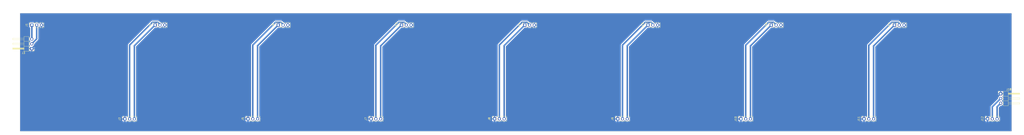
<source format=kicad_pcb>
(kicad_pcb (version 20221018) (generator pcbnew)
  (layers (0 "F.Cu" signal) (31 "B.Cu" signal) (34 "B.Paste" user) (35 "F.Paste" user) (36 "B.SilkS" user "B.Silkscreen") (37 "F.SilkS" user "F.Silkscreen") (38 "B.Mask" user) (39 "F.Mask" user) (44 "Edge.Cuts" user))
  (net 0 "")
  (net 1 "/DIN")
  (net 2 "+5V")
  (net 3 "GND")
  (net 4 "/DOUT1{slash}DIN2")
  (net 5 "/DOUT2{slash}DIN3")
  (net 6 "/DOUT3{slash}DIN4")
  (net 7 "/DOUT4{slash}DIN5")
  (net 8 "/DOUT5{slash}DIN6")
  (net 9 "/DOUT6{slash}DIN7")
  (net 10 "/DOUT7{slash}DIN8")
  (net 11 "/DOUT8{slash}OUT")
  (footprint "Connector_PinSocket_2.54mm:PinSocket_1x03_P2.54mm_Vertical" (layer "F.Cu") (at 483.78 123.982 90)
    (fp_text reference "J11" (at 0 -2.77 90) (layer "F.SilkS"))
    (fp_text value "DOUT 7")
    (fp_line (start -1.33 1.27) (end -1.33 6.41) (stroke (width 0.12)) (layer "F.SilkS"))
    (fp_line (start -1.33 1.27) (end 1.33 1.27) (stroke (width 0.12)) (layer "F.SilkS"))
    (fp_line (start -1.33 6.41) (end 1.33 6.41) (stroke (width 0.12)) (layer "F.SilkS"))
    (fp_line (start 0 -1.33) (end 1.33 -1.33) (stroke (width 0.12)) (layer "F.SilkS"))
    (fp_line (start 1.33 -1.33) (end 1.33 0) (stroke (width 0.12)) (layer "F.SilkS"))
    (fp_line (start 1.33 1.27) (end 1.33 6.41) (stroke (width 0.12)) (layer "F.SilkS"))
    (pad "1" thru_hole rect (at 0 0 90) (size 1.7 1.7) (drill 1) (layers "*.Cu" "*.Mask") (net 3 "GND"))
    (pad "2" thru_hole oval (at 0 2.54 90) (size 1.7 1.7) (drill 1) (layers "*.Cu" "*.Mask") (net 2 "+5V"))
    (pad "3" thru_hole oval (at 0 5.08 90) (size 1.7 1.7) (drill 1) (layers "*.Cu" "*.Mask") (net 10 "/DOUT7{slash}DIN8"))
  )
  (footprint "Connector_PinSocket_2.54mm:PinSocket_1x03_P2.54mm_Vertical" (layer "F.Cu") (at 499.935 74.307 90)
    (fp_text reference "J17" (at 0 -2.77 90) (layer "F.SilkS"))
    (fp_text value "DIN 8")
    (fp_line (start -1.33 1.27) (end -1.33 6.41) (stroke (width 0.12)) (layer "F.SilkS"))
    (fp_line (start -1.33 1.27) (end 1.33 1.27) (stroke (width 0.12)) (layer "F.SilkS"))
    (fp_line (start -1.33 6.41) (end 1.33 6.41) (stroke (width 0.12)) (layer "F.SilkS"))
    (fp_line (start 0 -1.33) (end 1.33 -1.33) (stroke (width 0.12)) (layer "F.SilkS"))
    (fp_line (start 1.33 -1.33) (end 1.33 0) (stroke (width 0.12)) (layer "F.SilkS"))
    (fp_line (start 1.33 1.27) (end 1.33 6.41) (stroke (width 0.12)) (layer "F.SilkS"))
    (pad "1" thru_hole rect (at 0 0 90) (size 1.7 1.7) (drill 1) (layers "*.Cu" "*.Mask") (net 10 "/DOUT7{slash}DIN8"))
    (pad "2" thru_hole oval (at 0 2.54 90) (size 1.7 1.7) (drill 1) (layers "*.Cu" "*.Mask") (net 2 "+5V"))
    (pad "3" thru_hole oval (at 0 5.08 90) (size 1.7 1.7) (drill 1) (layers "*.Cu" "*.Mask") (net 3 "GND"))
  )
  (footprint "Connector_PinSocket_2.54mm:PinSocket_1x03_P2.54mm_Vertical" (layer "F.Cu") (at 288.185 123.947 90)
    (fp_text reference "J8" (at 0 -2.77 90) (layer "F.SilkS"))
    (fp_text value "DOUT 4")
    (fp_line (start -1.33 1.27) (end -1.33 6.41) (stroke (width 0.12)) (layer "F.SilkS"))
    (fp_line (start -1.33 1.27) (end 1.33 1.27) (stroke (width 0.12)) (layer "F.SilkS"))
    (fp_line (start -1.33 6.41) (end 1.33 6.41) (stroke (width 0.12)) (layer "F.SilkS"))
    (fp_line (start 0 -1.33) (end 1.33 -1.33) (stroke (width 0.12)) (layer "F.SilkS"))
    (fp_line (start 1.33 -1.33) (end 1.33 0) (stroke (width 0.12)) (layer "F.SilkS"))
    (fp_line (start 1.33 1.27) (end 1.33 6.41) (stroke (width 0.12)) (layer "F.SilkS"))
    (pad "1" thru_hole rect (at 0 0 90) (size 1.7 1.7) (drill 1) (layers "*.Cu" "*.Mask") (net 3 "GND"))
    (pad "2" thru_hole oval (at 0 2.54 90) (size 1.7 1.7) (drill 1) (layers "*.Cu" "*.Mask") (net 2 "+5V"))
    (pad "3" thru_hole oval (at 0 5.08 90) (size 1.7 1.7) (drill 1) (layers "*.Cu" "*.Mask") (net 7 "/DOUT4{slash}DIN5"))
  )
  (footprint "Connector_PinSocket_2.54mm:PinSocket_1x03_P2.54mm_Vertical" (layer "F.Cu") (at 369.42 74.292 90)
    (fp_text reference "J15" (at 0 -2.77 90) (layer "F.SilkS"))
    (fp_text value "DIN 6")
    (fp_line (start -1.33 1.27) (end -1.33 6.41) (stroke (width 0.12)) (layer "F.SilkS"))
    (fp_line (start -1.33 1.27) (end 1.33 1.27) (stroke (width 0.12)) (layer "F.SilkS"))
    (fp_line (start -1.33 6.41) (end 1.33 6.41) (stroke (width 0.12)) (layer "F.SilkS"))
    (fp_line (start 0 -1.33) (end 1.33 -1.33) (stroke (width 0.12)) (layer "F.SilkS"))
    (fp_line (start 1.33 -1.33) (end 1.33 0) (stroke (width 0.12)) (layer "F.SilkS"))
    (fp_line (start 1.33 1.27) (end 1.33 6.41) (stroke (width 0.12)) (layer "F.SilkS"))
    (pad "1" thru_hole rect (at 0 0 90) (size 1.7 1.7) (drill 1) (layers "*.Cu" "*.Mask") (net 8 "/DOUT5{slash}DIN6"))
    (pad "2" thru_hole oval (at 0 2.54 90) (size 1.7 1.7) (drill 1) (layers "*.Cu" "*.Mask") (net 2 "+5V"))
    (pad "3" thru_hole oval (at 0 5.08 90) (size 1.7 1.7) (drill 1) (layers "*.Cu" "*.Mask") (net 3 "GND"))
  )
  (footprint "Connector_PinSocket_2.54mm:PinSocket_1x03_P2.54mm_Vertical" (layer "F.Cu") (at 222.785 123.957 90)
    (fp_text reference "J7" (at 0 -2.77 90) (layer "F.SilkS"))
    (fp_text value "DOUT 3")
    (fp_line (start -1.33 1.27) (end -1.33 6.41) (stroke (width 0.12)) (layer "F.SilkS"))
    (fp_line (start -1.33 1.27) (end 1.33 1.27) (stroke (width 0.12)) (layer "F.SilkS"))
    (fp_line (start -1.33 6.41) (end 1.33 6.41) (stroke (width 0.12)) (layer "F.SilkS"))
    (fp_line (start 0 -1.33) (end 1.33 -1.33) (stroke (width 0.12)) (layer "F.SilkS"))
    (fp_line (start 1.33 -1.33) (end 1.33 0) (stroke (width 0.12)) (layer "F.SilkS"))
    (fp_line (start 1.33 1.27) (end 1.33 6.41) (stroke (width 0.12)) (layer "F.SilkS"))
    (pad "1" thru_hole rect (at 0 0 90) (size 1.7 1.7) (drill 1) (layers "*.Cu" "*.Mask") (net 3 "GND"))
    (pad "2" thru_hole oval (at 0 2.54 90) (size 1.7 1.7) (drill 1) (layers "*.Cu" "*.Mask") (net 2 "+5V"))
    (pad "3" thru_hole oval (at 0 5.08 90) (size 1.7 1.7) (drill 1) (layers "*.Cu" "*.Mask") (net 6 "/DOUT3{slash}DIN4"))
  )
  (footprint "Connector_PinSocket_2.54mm:PinSocket_1x03_P2.54mm_Vertical" (layer "F.Cu") (at 92.4 124.002 90)
    (fp_text reference "J2" (at 0 -2.77 90) (layer "F.SilkS"))
    (fp_text value "DOUT 1")
    (fp_line (start -1.33 1.27) (end -1.33 6.41) (stroke (width 0.12)) (layer "F.SilkS"))
    (fp_line (start -1.33 1.27) (end 1.33 1.27) (stroke (width 0.12)) (layer "F.SilkS"))
    (fp_line (start -1.33 6.41) (end 1.33 6.41) (stroke (width 0.12)) (layer "F.SilkS"))
    (fp_line (start 0 -1.33) (end 1.33 -1.33) (stroke (width 0.12)) (layer "F.SilkS"))
    (fp_line (start 1.33 -1.33) (end 1.33 0) (stroke (width 0.12)) (layer "F.SilkS"))
    (fp_line (start 1.33 1.27) (end 1.33 6.41) (stroke (width 0.12)) (layer "F.SilkS"))
    (pad "1" thru_hole rect (at 0 0 90) (size 1.7 1.7) (drill 1) (layers "*.Cu" "*.Mask") (net 3 "GND"))
    (pad "2" thru_hole oval (at 0 2.54 90) (size 1.7 1.7) (drill 1) (layers "*.Cu" "*.Mask") (net 2 "+5V"))
    (pad "3" thru_hole oval (at 0 5.08 90) (size 1.7 1.7) (drill 1) (layers "*.Cu" "*.Mask") (net 4 "/DOUT1{slash}DIN2"))
  )
  (footprint "Connector_PinSocket_2.54mm:PinSocket_1x03_P2.54mm_Vertical" (layer "F.Cu") (at 304.16 74.312 90)
    (fp_text reference "J14" (at 0 -2.77 90) (layer "F.SilkS"))
    (fp_text value "DIN 5")
    (fp_line (start -1.33 1.27) (end -1.33 6.41) (stroke (width 0.12)) (layer "F.SilkS"))
    (fp_line (start -1.33 1.27) (end 1.33 1.27) (stroke (width 0.12)) (layer "F.SilkS"))
    (fp_line (start -1.33 6.41) (end 1.33 6.41) (stroke (width 0.12)) (layer "F.SilkS"))
    (fp_line (start 0 -1.33) (end 1.33 -1.33) (stroke (width 0.12)) (layer "F.SilkS"))
    (fp_line (start 1.33 -1.33) (end 1.33 0) (stroke (width 0.12)) (layer "F.SilkS"))
    (fp_line (start 1.33 1.27) (end 1.33 6.41) (stroke (width 0.12)) (layer "F.SilkS"))
    (pad "1" thru_hole rect (at 0 0 90) (size 1.7 1.7) (drill 1) (layers "*.Cu" "*.Mask") (net 7 "/DOUT4{slash}DIN5"))
    (pad "2" thru_hole oval (at 0 2.54 90) (size 1.7 1.7) (drill 1) (layers "*.Cu" "*.Mask") (net 2 "+5V"))
    (pad "3" thru_hole oval (at 0 5.08 90) (size 1.7 1.7) (drill 1) (layers "*.Cu" "*.Mask") (net 3 "GND"))
  )
  (footprint "Connector_PinSocket_2.54mm:PinSocket_1x03_P2.54mm_Vertical" (layer "F.Cu") (at 157.615 123.967 90)
    (fp_text reference "J5" (at 0 -2.77 90) (layer "F.SilkS"))
    (fp_text value "DOUT 2")
    (fp_line (start -1.33 1.27) (end -1.33 6.41) (stroke (width 0.12)) (layer "F.SilkS"))
    (fp_line (start -1.33 1.27) (end 1.33 1.27) (stroke (width 0.12)) (layer "F.SilkS"))
    (fp_line (start -1.33 6.41) (end 1.33 6.41) (stroke (width 0.12)) (layer "F.SilkS"))
    (fp_line (start 0 -1.33) (end 1.33 -1.33) (stroke (width 0.12)) (layer "F.SilkS"))
    (fp_line (start 1.33 -1.33) (end 1.33 0) (stroke (width 0.12)) (layer "F.SilkS"))
    (fp_line (start 1.33 1.27) (end 1.33 6.41) (stroke (width 0.12)) (layer "F.SilkS"))
    (pad "1" thru_hole rect (at 0 0 90) (size 1.7 1.7) (drill 1) (layers "*.Cu" "*.Mask") (net 3 "GND"))
    (pad "2" thru_hole oval (at 0 2.54 90) (size 1.7 1.7) (drill 1) (layers "*.Cu" "*.Mask") (net 2 "+5V"))
    (pad "3" thru_hole oval (at 0 5.08 90) (size 1.7 1.7) (drill 1) (layers "*.Cu" "*.Mask") (net 5 "/DOUT2{slash}DIN3"))
  )
  (footprint "Connector_PinSocket_2.54mm:PinSocket_1x03_P2.54mm_Vertical" (layer "F.Cu") (at 549.195 123.957 90)
    (fp_text reference "J12" (at 0 -2.77 90) (layer "F.SilkS"))
    (fp_text value "DOUT 8")
    (fp_line (start -1.33 1.27) (end -1.33 6.41) (stroke (width 0.12)) (layer "F.SilkS"))
    (fp_line (start -1.33 1.27) (end 1.33 1.27) (stroke (width 0.12)) (layer "F.SilkS"))
    (fp_line (start -1.33 6.41) (end 1.33 6.41) (stroke (width 0.12)) (layer "F.SilkS"))
    (fp_line (start 0 -1.33) (end 1.33 -1.33) (stroke (width 0.12)) (layer "F.SilkS"))
    (fp_line (start 1.33 -1.33) (end 1.33 0) (stroke (width 0.12)) (layer "F.SilkS"))
    (fp_line (start 1.33 1.27) (end 1.33 6.41) (stroke (width 0.12)) (layer "F.SilkS"))
    (pad "1" thru_hole rect (at 0 0 90) (size 1.7 1.7) (drill 1) (layers "*.Cu" "*.Mask") (net 3 "GND"))
    (pad "2" thru_hole oval (at 0 2.54 90) (size 1.7 1.7) (drill 1) (layers "*.Cu" "*.Mask") (net 2 "+5V"))
    (pad "3" thru_hole oval (at 0 5.08 90) (size 1.7 1.7) (drill 1) (layers "*.Cu" "*.Mask") (net 11 "/DOUT8{slash}OUT"))
  )
  (footprint "Connector_PinSocket_2.54mm:PinSocket_1x03_P2.54mm_Vertical" (layer "F.Cu") (at 434.725 74.297 90)
    (fp_text reference "J16" (at 0 -2.77 90) (layer "F.SilkS"))
    (fp_text value "DIN 7")
    (fp_line (start -1.33 1.27) (end -1.33 6.41) (stroke (width 0.12)) (layer "F.SilkS"))
    (fp_line (start -1.33 1.27) (end 1.33 1.27) (stroke (width 0.12)) (layer "F.SilkS"))
    (fp_line (start -1.33 6.41) (end 1.33 6.41) (stroke (width 0.12)) (layer "F.SilkS"))
    (fp_line (start 0 -1.33) (end 1.33 -1.33) (stroke (width 0.12)) (layer "F.SilkS"))
    (fp_line (start 1.33 -1.33) (end 1.33 0) (stroke (width 0.12)) (layer "F.SilkS"))
    (fp_line (start 1.33 1.27) (end 1.33 6.41) (stroke (width 0.12)) (layer "F.SilkS"))
    (pad "1" thru_hole rect (at 0 0 90) (size 1.7 1.7) (drill 1) (layers "*.Cu" "*.Mask") (net 9 "/DOUT6{slash}DIN7"))
    (pad "2" thru_hole oval (at 0 2.54 90) (size 1.7 1.7) (drill 1) (layers "*.Cu" "*.Mask") (net 2 "+5V"))
    (pad "3" thru_hole oval (at 0 5.08 90) (size 1.7 1.7) (drill 1) (layers "*.Cu" "*.Mask") (net 3 "GND"))
  )
  (footprint "Connector_PinHeader_2.54mm:PinHeader_1x03_P2.54mm_Horizontal" (layer "F.Cu") (at 556.12 110.648)
    (fp_text reference "J18" (at 4.385 -2.27) (layer "F.SilkS"))
    (fp_text value "OUT")
    (fp_line (start -1.27 -1.27) (end 0 -1.27) (stroke (width 0.12)) (layer "F.SilkS"))
    (fp_line (start -1.27 0) (end -1.27 -1.27) (stroke (width 0.12)) (layer "F.SilkS"))
    (fp_line (start 1.042929 2.16) (end 1.44 2.16) (stroke (width 0.12)) (layer "F.SilkS"))
    (fp_line (start 1.042929 2.92) (end 1.44 2.92) (stroke (width 0.12)) (layer "F.SilkS"))
    (fp_line (start 1.042929 4.7) (end 1.44 4.7) (stroke (width 0.12)) (layer "F.SilkS"))
    (fp_line (start 1.042929 5.46) (end 1.44 5.46) (stroke (width 0.12)) (layer "F.SilkS"))
    (fp_line (start 1.11 -0.38) (end 1.44 -0.38) (stroke (width 0.12)) (layer "F.SilkS"))
    (fp_line (start 1.11 0.38) (end 1.44 0.38) (stroke (width 0.12)) (layer "F.SilkS"))
    (fp_line (start 1.44 -1.33) (end 1.44 6.41) (stroke (width 0.12)) (layer "F.SilkS"))
    (fp_line (start 1.44 1.27) (end 4.1 1.27) (stroke (width 0.12)) (layer "F.SilkS"))
    (fp_line (start 1.44 3.81) (end 4.1 3.81) (stroke (width 0.12)) (layer "F.SilkS"))
    (fp_line (start 1.44 6.41) (end 4.1 6.41) (stroke (width 0.12)) (layer "F.SilkS"))
    (fp_line (start 4.1 -1.33) (end 1.44 -1.33) (stroke (width 0.12)) (layer "F.SilkS"))
    (fp_line (start 4.1 -0.38) (end 10.1 -0.38) (stroke (width 0.12)) (layer "F.SilkS"))
    (fp_line (start 4.1 -0.32) (end 10.1 -0.32) (stroke (width 0.12)) (layer "F.SilkS"))
    (fp_line (start 4.1 -0.2) (end 10.1 -0.2) (stroke (width 0.12)) (layer "F.SilkS"))
    (fp_line (start 4.1 -0.08) (end 10.1 -0.08) (stroke (width 0.12)) (layer "F.SilkS"))
    (fp_line (start 4.1 0.04) (end 10.1 0.04) (stroke (width 0.12)) (layer "F.SilkS"))
    (fp_line (start 4.1 0.16) (end 10.1 0.16) (stroke (width 0.12)) (layer "F.SilkS"))
    (fp_line (start 4.1 0.28) (end 10.1 0.28) (stroke (width 0.12)) (layer "F.SilkS"))
    (fp_line (start 4.1 2.16) (end 10.1 2.16) (stroke (width 0.12)) (layer "F.SilkS"))
    (fp_line (start 4.1 4.7) (end 10.1 4.7) (stroke (width 0.12)) (layer "F.SilkS"))
    (fp_line (start 4.1 6.41) (end 4.1 -1.33) (stroke (width 0.12)) (layer "F.SilkS"))
    (fp_line (start 10.1 -0.38) (end 10.1 0.38) (stroke (width 0.12)) (layer "F.SilkS"))
    (fp_line (start 10.1 0.38) (end 4.1 0.38) (stroke (width 0.12)) (layer "F.SilkS"))
    (fp_line (start 10.1 2.16) (end 10.1 2.92) (stroke (width 0.12)) (layer "F.SilkS"))
    (fp_line (start 10.1 2.92) (end 4.1 2.92) (stroke (width 0.12)) (layer "F.SilkS"))
    (fp_line (start 10.1 4.7) (end 10.1 5.46) (stroke (width 0.12)) (layer "F.SilkS"))
    (fp_line (start 10.1 5.46) (end 4.1 5.46) (stroke (width 0.12)) (layer "F.SilkS"))
    (pad "1" thru_hole rect (at 0 0) (size 1.7 1.7) (drill 1) (layers "*.Cu" "*.Mask") (net 3 "GND"))
    (pad "2" thru_hole oval (at 0 2.54) (size 1.7 1.7) (drill 1) (layers "*.Cu" "*.Mask") (net 2 "+5V"))
    (pad "3" thru_hole oval (at 0 5.08) (size 1.7 1.7) (drill 1) (layers "*.Cu" "*.Mask") (net 11 "/DOUT8{slash}OUT"))
  )
  (footprint "Connector_PinSocket_2.54mm:PinSocket_1x03_P2.54mm_Vertical" (layer "F.Cu") (at 173.665 74.287 90)
    (fp_text reference "J6" (at 0 -2.77 90) (layer "F.SilkS"))
    (fp_text value "DIN 3")
    (fp_line (start -1.33 1.27) (end -1.33 6.41) (stroke (width 0.12)) (layer "F.SilkS"))
    (fp_line (start -1.33 1.27) (end 1.33 1.27) (stroke (width 0.12)) (layer "F.SilkS"))
    (fp_line (start -1.33 6.41) (end 1.33 6.41) (stroke (width 0.12)) (layer "F.SilkS"))
    (fp_line (start 0 -1.33) (end 1.33 -1.33) (stroke (width 0.12)) (layer "F.SilkS"))
    (fp_line (start 1.33 -1.33) (end 1.33 0) (stroke (width 0.12)) (layer "F.SilkS"))
    (fp_line (start 1.33 1.27) (end 1.33 6.41) (stroke (width 0.12)) (layer "F.SilkS"))
    (pad "1" thru_hole rect (at 0 0 90) (size 1.7 1.7) (drill 1) (layers "*.Cu" "*.Mask") (net 5 "/DOUT2{slash}DIN3"))
    (pad "2" thru_hole oval (at 0 2.54 90) (size 1.7 1.7) (drill 1) (layers "*.Cu" "*.Mask") (net 2 "+5V"))
    (pad "3" thru_hole oval (at 0 5.08 90) (size 1.7 1.7) (drill 1) (layers "*.Cu" "*.Mask") (net 3 "GND"))
  )
  (footprint "Connector_PinHeader_2.54mm:PinHeader_1x03_P2.54mm_Horizontal" (layer "F.Cu") (at 43.125 86.767 180)
    (fp_text reference "J3" (at 4.385 -2.27) (layer "F.SilkS"))
    (fp_text value "IN")
    (fp_line (start -1.27 -1.27) (end 0 -1.27) (stroke (width 0.12)) (layer "F.SilkS"))
    (fp_line (start -1.27 0) (end -1.27 -1.27) (stroke (width 0.12)) (layer "F.SilkS"))
    (fp_line (start 1.042929 2.16) (end 1.44 2.16) (stroke (width 0.12)) (layer "F.SilkS"))
    (fp_line (start 1.042929 2.92) (end 1.44 2.92) (stroke (width 0.12)) (layer "F.SilkS"))
    (fp_line (start 1.042929 4.7) (end 1.44 4.7) (stroke (width 0.12)) (layer "F.SilkS"))
    (fp_line (start 1.042929 5.46) (end 1.44 5.46) (stroke (width 0.12)) (layer "F.SilkS"))
    (fp_line (start 1.11 -0.38) (end 1.44 -0.38) (stroke (width 0.12)) (layer "F.SilkS"))
    (fp_line (start 1.11 0.38) (end 1.44 0.38) (stroke (width 0.12)) (layer "F.SilkS"))
    (fp_line (start 1.44 -1.33) (end 1.44 6.41) (stroke (width 0.12)) (layer "F.SilkS"))
    (fp_line (start 1.44 1.27) (end 4.1 1.27) (stroke (width 0.12)) (layer "F.SilkS"))
    (fp_line (start 1.44 3.81) (end 4.1 3.81) (stroke (width 0.12)) (layer "F.SilkS"))
    (fp_line (start 1.44 6.41) (end 4.1 6.41) (stroke (width 0.12)) (layer "F.SilkS"))
    (fp_line (start 4.1 -1.33) (end 1.44 -1.33) (stroke (width 0.12)) (layer "F.SilkS"))
    (fp_line (start 4.1 -0.38) (end 10.1 -0.38) (stroke (width 0.12)) (layer "F.SilkS"))
    (fp_line (start 4.1 -0.32) (end 10.1 -0.32) (stroke (width 0.12)) (layer "F.SilkS"))
    (fp_line (start 4.1 -0.2) (end 10.1 -0.2) (stroke (width 0.12)) (layer "F.SilkS"))
    (fp_line (start 4.1 -0.08) (end 10.1 -0.08) (stroke (width 0.12)) (layer "F.SilkS"))
    (fp_line (start 4.1 0.04) (end 10.1 0.04) (stroke (width 0.12)) (layer "F.SilkS"))
    (fp_line (start 4.1 0.16) (end 10.1 0.16) (stroke (width 0.12)) (layer "F.SilkS"))
    (fp_line (start 4.1 0.28) (end 10.1 0.28) (stroke (width 0.12)) (layer "F.SilkS"))
    (fp_line (start 4.1 2.16) (end 10.1 2.16) (stroke (width 0.12)) (layer "F.SilkS"))
    (fp_line (start 4.1 4.7) (end 10.1 4.7) (stroke (width 0.12)) (layer "F.SilkS"))
    (fp_line (start 4.1 6.41) (end 4.1 -1.33) (stroke (width 0.12)) (layer "F.SilkS"))
    (fp_line (start 10.1 -0.38) (end 10.1 0.38) (stroke (width 0.12)) (layer "F.SilkS"))
    (fp_line (start 10.1 0.38) (end 4.1 0.38) (stroke (width 0.12)) (layer "F.SilkS"))
    (fp_line (start 10.1 2.16) (end 10.1 2.92) (stroke (width 0.12)) (layer "F.SilkS"))
    (fp_line (start 10.1 2.92) (end 4.1 2.92) (stroke (width 0.12)) (layer "F.SilkS"))
    (fp_line (start 10.1 4.7) (end 10.1 5.46) (stroke (width 0.12)) (layer "F.SilkS"))
    (fp_line (start 10.1 5.46) (end 4.1 5.46) (stroke (width 0.12)) (layer "F.SilkS"))
    (pad "1" thru_hole rect (at 0 0 180) (size 1.7 1.7) (drill 1) (layers "*.Cu" "*.Mask") (net 3 "GND"))
    (pad "2" thru_hole oval (at 0 2.54 180) (size 1.7 1.7) (drill 1) (layers "*.Cu" "*.Mask") (net 2 "+5V"))
    (pad "3" thru_hole oval (at 0 5.08 180) (size 1.7 1.7) (drill 1) (layers "*.Cu" "*.Mask") (net 1 "/DIN"))
  )
  (footprint "Connector_PinSocket_2.54mm:PinSocket_1x03_P2.54mm_Vertical" (layer "F.Cu") (at 353.38 123.962 90)
    (fp_text reference "J9" (at 0 -2.77 90) (layer "F.SilkS"))
    (fp_text value "DOUT 5")
    (fp_line (start -1.33 1.27) (end -1.33 6.41) (stroke (width 0.12)) (layer "F.SilkS"))
    (fp_line (start -1.33 1.27) (end 1.33 1.27) (stroke (width 0.12)) (layer "F.SilkS"))
    (fp_line (start -1.33 6.41) (end 1.33 6.41) (stroke (width 0.12)) (layer "F.SilkS"))
    (fp_line (start 0 -1.33) (end 1.33 -1.33) (stroke (width 0.12)) (layer "F.SilkS"))
    (fp_line (start 1.33 -1.33) (end 1.33 0) (stroke (width 0.12)) (layer "F.SilkS"))
    (fp_line (start 1.33 1.27) (end 1.33 6.41) (stroke (width 0.12)) (layer "F.SilkS"))
    (pad "1" thru_hole rect (at 0 0 90) (size 1.7 1.7) (drill 1) (layers "*.Cu" "*.Mask") (net 3 "GND"))
    (pad "2" thru_hole oval (at 0 2.54 90) (size 1.7 1.7) (drill 1) (layers "*.Cu" "*.Mask") (net 2 "+5V"))
    (pad "3" thru_hole oval (at 0 5.08 90) (size 1.7 1.7) (drill 1) (layers "*.Cu" "*.Mask") (net 8 "/DOUT5{slash}DIN6"))
  )
  (footprint "Connector_PinSocket_2.54mm:PinSocket_1x03_P2.54mm_Vertical" (layer "F.Cu") (at 108.46 74.282 90)
    (fp_text reference "J4" (at 0 -2.77 90) (layer "F.SilkS"))
    (fp_text value "DIN 2")
    (fp_line (start -1.33 1.27) (end -1.33 6.41) (stroke (width 0.12)) (layer "F.SilkS"))
    (fp_line (start -1.33 1.27) (end 1.33 1.27) (stroke (width 0.12)) (layer "F.SilkS"))
    (fp_line (start -1.33 6.41) (end 1.33 6.41) (stroke (width 0.12)) (layer "F.SilkS"))
    (fp_line (start 0 -1.33) (end 1.33 -1.33) (stroke (width 0.12)) (layer "F.SilkS"))
    (fp_line (start 1.33 -1.33) (end 1.33 0) (stroke (width 0.12)) (layer "F.SilkS"))
    (fp_line (start 1.33 1.27) (end 1.33 6.41) (stroke (width 0.12)) (layer "F.SilkS"))
    (pad "1" thru_hole rect (at 0 0 90) (size 1.7 1.7) (drill 1) (layers "*.Cu" "*.Mask") (net 4 "/DOUT1{slash}DIN2"))
    (pad "2" thru_hole oval (at 0 2.54 90) (size 1.7 1.7) (drill 1) (layers "*.Cu" "*.Mask") (net 2 "+5V"))
    (pad "3" thru_hole oval (at 0 5.08 90) (size 1.7 1.7) (drill 1) (layers "*.Cu" "*.Mask") (net 3 "GND"))
  )
  (footprint "Connector_PinSocket_2.54mm:PinSocket_1x03_P2.54mm_Vertical" (layer "F.Cu") (at 43.185 74.307 90)
    (fp_text reference "J1" (at 0 -2.77 90) (layer "F.SilkS"))
    (fp_text value "DIN 1")
    (fp_line (start -1.33 1.27) (end -1.33 6.41) (stroke (width 0.12)) (layer "F.SilkS"))
    (fp_line (start -1.33 1.27) (end 1.33 1.27) (stroke (width 0.12)) (layer "F.SilkS"))
    (fp_line (start -1.33 6.41) (end 1.33 6.41) (stroke (width 0.12)) (layer "F.SilkS"))
    (fp_line (start 0 -1.33) (end 1.33 -1.33) (stroke (width 0.12)) (layer "F.SilkS"))
    (fp_line (start 1.33 -1.33) (end 1.33 0) (stroke (width 0.12)) (layer "F.SilkS"))
    (fp_line (start 1.33 1.27) (end 1.33 6.41) (stroke (width 0.12)) (layer "F.SilkS"))
    (pad "1" thru_hole rect (at 0 0 90) (size 1.7 1.7) (drill 1) (layers "*.Cu" "*.Mask") (net 1 "/DIN"))
    (pad "2" thru_hole oval (at 0 2.54 90) (size 1.7 1.7) (drill 1) (layers "*.Cu" "*.Mask") (net 2 "+5V"))
    (pad "3" thru_hole oval (at 0 5.08 90) (size 1.7 1.7) (drill 1) (layers "*.Cu" "*.Mask") (net 3 "GND"))
  )
  (footprint "Connector_PinSocket_2.54mm:PinSocket_1x03_P2.54mm_Vertical" (layer "F.Cu") (at 238.92 74.292 90)
    (fp_text reference "J13" (at 0 -2.77 90) (layer "F.SilkS"))
    (fp_text value "DIN 4")
    (fp_line (start -1.33 1.27) (end -1.33 6.41) (stroke (width 0.12)) (layer "F.SilkS"))
    (fp_line (start -1.33 1.27) (end 1.33 1.27) (stroke (width 0.12)) (layer "F.SilkS"))
    (fp_line (start -1.33 6.41) (end 1.33 6.41) (stroke (width 0.12)) (layer "F.SilkS"))
    (fp_line (start 0 -1.33) (end 1.33 -1.33) (stroke (width 0.12)) (layer "F.SilkS"))
    (fp_line (start 1.33 -1.33) (end 1.33 0) (stroke (width 0.12)) (layer "F.SilkS"))
    (fp_line (start 1.33 1.27) (end 1.33 6.41) (stroke (width 0.12)) (layer "F.SilkS"))
    (pad "1" thru_hole rect (at 0 0 90) (size 1.7 1.7) (drill 1) (layers "*.Cu" "*.Mask") (net 6 "/DOUT3{slash}DIN4"))
    (pad "2" thru_hole oval (at 0 2.54 90) (size 1.7 1.7) (drill 1) (layers "*.Cu" "*.Mask") (net 2 "+5V"))
    (pad "3" thru_hole oval (at 0 5.08 90) (size 1.7 1.7) (drill 1) (layers "*.Cu" "*.Mask") (net 3 "GND"))
  )
  (footprint "Connector_PinSocket_2.54mm:PinSocket_1x03_P2.54mm_Vertical" (layer "F.Cu") (at 418.605 123.977 90)
    (fp_text reference "J10" (at 0 -2.77 90) (layer "F.SilkS"))
    (fp_text value "DOUT 6")
    (fp_line (start -1.33 1.27) (end -1.33 6.41) (stroke (width 0.12)) (layer "F.SilkS"))
    (fp_line (start -1.33 1.27) (end 1.33 1.27) (stroke (width 0.12)) (layer "F.SilkS"))
    (fp_line (start -1.33 6.41) (end 1.33 6.41) (stroke (width 0.12)) (layer "F.SilkS"))
    (fp_line (start 0 -1.33) (end 1.33 -1.33) (stroke (width 0.12)) (layer "F.SilkS"))
    (fp_line (start 1.33 -1.33) (end 1.33 0) (stroke (width 0.12)) (layer "F.SilkS"))
    (fp_line (start 1.33 1.27) (end 1.33 6.41) (stroke (width 0.12)) (layer "F.SilkS"))
    (pad "1" thru_hole rect (at 0 0 90) (size 1.7 1.7) (drill 1) (layers "*.Cu" "*.Mask") (net 3 "GND"))
    (pad "2" thru_hole oval (at 0 2.54 90) (size 1.7 1.7) (drill 1) (layers "*.Cu" "*.Mask") (net 2 "+5V"))
    (pad "3" thru_hole oval (at 0 5.08 90) (size 1.7 1.7) (drill 1) (layers "*.Cu" "*.Mask") (net 9 "/DOUT6{slash}DIN7"))
  )
  (gr_rect (start 36.925 68.027) (end 561.925 130.527) (stroke (width 0.1)) (fill none) (layer "Edge.Cuts"))
  (segment (start 43.185 74.307) (end 43.185 81.627) (width 0.8) (layer "B.Cu") (net 1))
  (segment (start 43.185 81.627) (end 43.125 81.687) (width 0.8) (layer "B.Cu") (net 1))
  (segment (start 302.71 72.862) (end 305.36 72.862) (width 0.8) (layer "B.Cu") (net 2))
  (segment (start 355.92 123.962) (end 355.92 84.892) (width 0.8) (layer "B.Cu") (net 2))
  (segment (start 306.7 74.202) (end 306.7 74.312) (width 0.8) (layer "B.Cu") (net 2))
  (segment (start 498.485 72.857) (end 501.955 72.857) (width 0.8) (layer "B.Cu") (net 2))
  (segment (start 109.91 72.832) (end 111 73.922) (width 0.8) (layer "B.Cu") (net 2))
  (segment (start 45.725 74.307) (end 45.725 81.627) (width 0.8) (layer "B.Cu") (net 2))
  (segment (start 172.215 72.837) (end 175.115 72.837) (width 0.8) (layer "B.Cu") (net 2))
  (segment (start 501.955 72.857) (end 502.475 73.377) (width 0.8) (layer "B.Cu") (net 2))
  (segment (start 237.47 72.842) (end 240.34 72.842) (width 0.8) (layer "B.Cu") (net 2))
  (segment (start 551.735 117.573) (end 556.12 113.188) (width 0.8) (layer "B.Cu") (net 2))
  (segment (start 241.46 73.962) (end 241.46 74.292) (width 0.8) (layer "B.Cu") (net 2))
  (segment (start 175.115 72.837) (end 176.205 73.927) (width 0.8) (layer "B.Cu") (net 2))
  (segment (start 421.145 123.977) (end 421.145 84.977) (width 0.8) (layer "B.Cu") (net 2))
  (segment (start 290.725 84.847) (end 302.71 72.862) (width 0.8) (layer "B.Cu") (net 2))
  (segment (start 160.155 84.897) (end 172.215 72.837) (width 0.8) (layer "B.Cu") (net 2))
  (segment (start 371.14 72.842) (end 371.96 73.662) (width 0.8) (layer "B.Cu") (net 2))
  (segment (start 305.36 72.862) (end 306.7 74.202) (width 0.8) (layer "B.Cu") (net 2))
  (segment (start 502.475 73.377) (end 502.475 74.307) (width 0.8) (layer "B.Cu") (net 2))
  (segment (start 94.94 124.002) (end 94.94 84.902) (width 0.8) (layer "B.Cu") (net 2))
  (segment (start 94.94 84.902) (end 107.01 72.832) (width 0.8) (layer "B.Cu") (net 2))
  (segment (start 433.275 72.847) (end 435.945 72.847) (width 0.8) (layer "B.Cu") (net 2))
  (segment (start 225.325 84.987) (end 237.47 72.842) (width 0.8) (layer "B.Cu") (net 2))
  (segment (start 421.145 84.977) (end 433.275 72.847) (width 0.8) (layer "B.Cu") (net 2))
  (segment (start 486.32 123.982) (end 486.32 85.022) (width 0.8) (layer "B.Cu") (net 2))
  (segment (start 240.34 72.842) (end 241.46 73.962) (width 0.8) (layer "B.Cu") (net 2))
  (segment (start 371.96 73.662) (end 371.96 74.292) (width 0.8) (layer "B.Cu") (net 2))
  (segment (start 486.32 85.022) (end 498.485 72.857) (width 0.8) (layer "B.Cu") (net 2))
  (segment (start 551.735 123.957) (end 551.735 117.573) (width 0.8) (layer "B.Cu") (net 2))
  (segment (start 107.01 72.832) (end 109.91 72.832) (width 0.8) (layer "B.Cu") (net 2))
  (segment (start 176.205 73.927) (end 176.205 74.287) (width 0.8) (layer "B.Cu") (net 2))
  (segment (start 290.725 123.947) (end 290.725 84.847) (width 0.8) (layer "B.Cu") (net 2))
  (segment (start 437.265 74.167) (end 437.265 74.297) (width 0.8) (layer "B.Cu") (net 2))
  (segment (start 435.945 72.847) (end 437.265 74.167) (width 0.8) (layer "B.Cu") (net 2))
  (segment (start 111 73.922) (end 111 74.282) (width 0.8) (layer "B.Cu") (net 2))
  (segment (start 355.92 84.892) (end 367.97 72.842) (width 0.8) (layer "B.Cu") (net 2))
  (segment (start 45.725 81.627) (end 43.125 84.227) (width 0.8) (layer "B.Cu") (net 2))
  (segment (start 367.97 72.842) (end 371.14 72.842) (width 0.8) (layer "B.Cu") (net 2))
  (segment (start 160.155 123.967) (end 160.155 84.897) (width 0.8) (layer "B.Cu") (net 2))
  (segment (start 225.325 123.957) (end 225.325 84.987) (width 0.8) (layer "B.Cu") (net 2))
  (segment (start 48.265 74.307) (end 48.265 81.627) (width 0.8) (layer "B.Cu") (net 3))
  (segment (start 48.265 81.627) (end 43.125 86.767) (width 0.8) (layer "B.Cu") (net 3))
  (segment (start 549.195 123.957) (end 549.195 117.573) (width 0.8) (layer "B.Cu") (net 3))
  (segment (start 549.195 117.573) (end 556.12 110.648) (width 0.8) (layer "B.Cu") (net 3))
  (segment (start 97.48 85.262) (end 108.46 74.282) (width 0.8) (layer "B.Cu") (net 4))
  (segment (start 97.48 124.002) (end 97.48 85.262) (width 0.8) (layer "B.Cu") (net 4))
  (segment (start 162.695 123.967) (end 162.695 85.257) (width 0.8) (layer "B.Cu") (net 5))
  (segment (start 162.695 85.257) (end 173.665 74.287) (width 0.8) (layer "B.Cu") (net 5))
  (segment (start 227.865 123.957) (end 227.865 85.347) (width 0.8) (layer "B.Cu") (net 6))
  (segment (start 227.865 85.347) (end 238.92 74.292) (width 0.8) (layer "B.Cu") (net 6))
  (segment (start 293.265 85.207) (end 304.16 74.312) (width 0.8) (layer "B.Cu") (net 7))
  (segment (start 293.265 123.947) (end 293.265 85.207) (width 0.8) (layer "B.Cu") (net 7))
  (segment (start 358.46 85.252) (end 369.42 74.292) (width 0.8) (layer "B.Cu") (net 8))
  (segment (start 358.46 123.962) (end 358.46 85.252) (width 0.8) (layer "B.Cu") (net 8))
  (segment (start 423.685 123.977) (end 423.685 85.337) (width 0.8) (layer "B.Cu") (net 9))
  (segment (start 423.685 85.337) (end 434.725 74.297) (width 0.8) (layer "B.Cu") (net 9))
  (segment (start 488.86 123.982) (end 488.86 85.382) (width 0.8) (layer "B.Cu") (net 10))
  (segment (start 488.86 85.382) (end 499.935 74.307) (width 0.8) (layer "B.Cu") (net 10))
  (segment (start 554.275 117.573) (end 556.12 115.728) (width 0.8) (layer "B.Cu") (net 11))
  (segment (start 554.275 123.957) (end 554.275 117.573) (width 0.8) (layer "B.Cu") (net 11))
  (zone (net 3) (net_name "GND") (layer "B.Cu") (connect_pads (clearance 0.5)) (min_thickness 0.25) (fill yes (thermal_gap 0.5) (thermal_bridge_width 0.5))
    (polygon (pts (xy 36.925 68.027) (xy 561.925 68.027) (xy 561.925 130.527) (xy 36.925 130.527)))
  )
)
</source>
